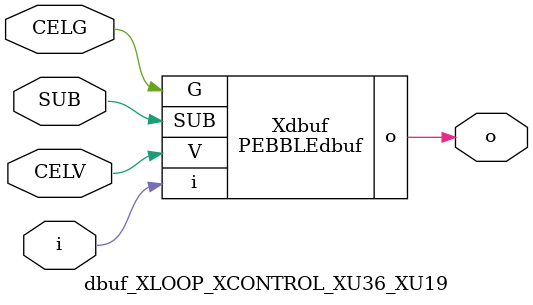
<source format=v>



module PEBBLEdbuf ( o, G, SUB, V, i );

  input V;
  input i;
  input G;
  output o;
  input SUB;
endmodule

//Celera Confidential Do Not Copy dbuf_XLOOP_XCONTROL_XU36_XU19
//Celera Confidential Symbol Generator
//Digital Buffer
module dbuf_XLOOP_XCONTROL_XU36_XU19 (CELV,CELG,i,o,SUB);
input CELV;
input CELG;
input i;
input SUB;
output o;

//Celera Confidential Do Not Copy dbuf
PEBBLEdbuf Xdbuf(
.V (CELV),
.i (i),
.o (o),
.SUB (SUB),
.G (CELG)
);
//,diesize,PEBBLEdbuf

//Celera Confidential Do Not Copy Module End
//Celera Schematic Generator
endmodule

</source>
